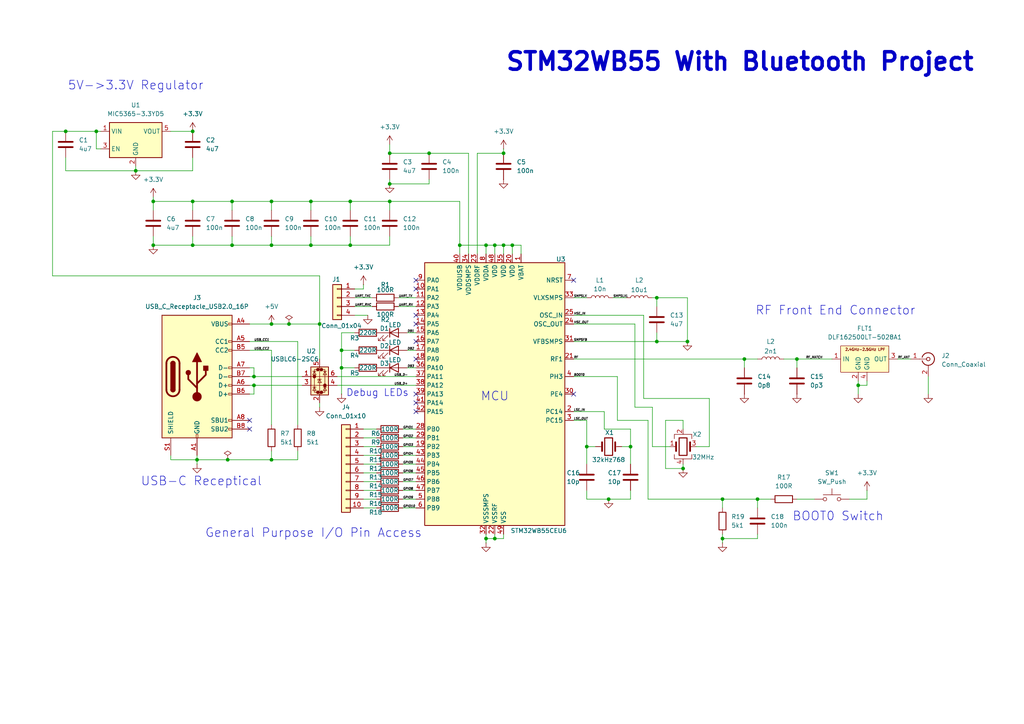
<source format=kicad_sch>
(kicad_sch (version 20250114) (generator "eeschema") (generator_version "9.0")
  (paper "A4")
  (title_block (title "STM32WB55 With Bluetooth Project") (date "2025-02-26") (rev "A") (company "Jason Bowman"))
  (lib_symbols
    (symbol "Connector:Conn_Coaxial" (pin_names (offset 1.016) (hide yes))
      (property "Reference" "J" (at 0.254 3.048 0))
      (property "Value" "Conn_Coaxial" (at 2.921 0 90))
      (symbol "Conn_Coaxial_1_1"
        (pin passive line (at -5.08 0 0) (length 2.54) (name "In") (number "1"))
        (pin passive line (at 0 -5.08 90) (length 2.54) (name "Ext") (number "2"))
      )
    )
    (symbol "Connector:USB_C_Receptacle_USB2.0_16P" (pin_names (offset 1.016))
      (property "Reference" "J" (at 0 22.225 0))
      (property "Value" "USB_C_Receptacle_USB2.0_16P" (at 0 19.685 0))
      (symbol "USB_C_Receptacle_USB2.0_16P_1_1"
        (pin passive line (at -7.62 -22.86 90) (length 5.08) (name "SHIELD") (number "S1"))
        (pin passive line (at 0 -22.86 90) (length 5.08) (name "GND") (number "A1"))
        (pin passive line (at 0 -22.86 90) (length 5.08) (hide yes) (name "GND") (number "A12"))
        (pin passive line (at 0 -22.86 90) (length 5.08) (hide yes) (name "GND") (number "B1"))
        (pin passive line (at 0 -22.86 90) (length 5.08) (hide yes) (name "GND") (number "B12"))
        (pin passive line (at 15.24 15.24 180) (length 5.08) (name "VBUS") (number "A4"))
        (pin passive line (at 15.24 15.24 180) (length 5.08) (hide yes) (name "VBUS") (number "A9"))
        (pin passive line (at 15.24 15.24 180) (length 5.08) (hide yes) (name "VBUS") (number "B4"))
        (pin passive line (at 15.24 15.24 180) (length 5.08) (hide yes) (name "VBUS") (number "B9"))
        (pin bidirectional line (at 15.24 10.16 180) (length 5.08) (name "CC1") (number "A5"))
        (pin bidirectional line (at 15.24 7.62 180) (length 5.08) (name "CC2") (number "B5"))
        (pin bidirectional line (at 15.24 2.54 180) (length 5.08) (name "D-") (number "A7"))
        (pin bidirectional line (at 15.24 0 180) (length 5.08) (name "D-") (number "B7"))
        (pin bidirectional line (at 15.24 -2.54 180) (length 5.08) (name "D+") (number "A6"))
        (pin bidirectional line (at 15.24 -5.08 180) (length 5.08) (name "D+") (number "B6"))
        (pin bidirectional line (at 15.24 -12.7 180) (length 5.08) (name "SBU1") (number "A8"))
        (pin bidirectional line (at 15.24 -15.24 180) (length 5.08) (name "SBU2") (number "B8"))
      )
    )
    (symbol "Connector_Generic:Conn_01x04" (pin_names (offset 1.016) (hide yes))
      (property "Reference" "J" (at 0 5.08 0))
      (property "Value" "Conn_01x04" (at 0 -7.62 0))
      (symbol "Conn_01x04_1_1"
        (pin passive line (at -5.08 2.54 0) (length 3.81) (name "Pin_1") (number "1"))
        (pin passive line (at -5.08 0 0) (length 3.81) (name "Pin_2") (number "2"))
        (pin passive line (at -5.08 -2.54 0) (length 3.81) (name "Pin_3") (number "3"))
        (pin passive line (at -5.08 -5.08 0) (length 3.81) (name "Pin_4") (number "4"))
      )
    )
    (symbol "Connector_Generic:Conn_01x10" (pin_names (offset 1.016) (hide yes))
      (property "Reference" "J" (at 0 12.7 0))
      (property "Value" "Conn_01x10" (at 0 -15.24 0))
      (symbol "Conn_01x10_1_1"
        (pin passive line (at -5.08 10.16 0) (length 3.81) (name "Pin_1") (number "1"))
        (pin passive line (at -5.08 7.62 0) (length 3.81) (name "Pin_2") (number "2"))
        (pin passive line (at -5.08 5.08 0) (length 3.81) (name "Pin_3") (number "3"))
        (pin passive line (at -5.08 2.54 0) (length 3.81) (name "Pin_4") (number "4"))
        (pin passive line (at -5.08 0 0) (length 3.81) (name "Pin_5") (number "5"))
        (pin passive line (at -5.08 -2.54 0) (length 3.81) (name "Pin_6") (number "6"))
        (pin passive line (at -5.08 -5.08 0) (length 3.81) (name "Pin_7") (number "7"))
        (pin passive line (at -5.08 -7.62 0) (length 3.81) (name "Pin_8") (number "8"))
        (pin passive line (at -5.08 -10.16 0) (length 3.81) (name "Pin_9") (number "9"))
        (pin passive line (at -5.08 -12.7 0) (length 3.81) (name "Pin_10") (number "10"))
      )
    )
    (symbol "Device:C" (pin_numbers (hide yes)) (pin_names (offset 0.254))
      (property "Reference" "C" (at 0.635 2.54 0))
      (property "Value" "C" (at 0.635 -2.54 0))
      (symbol "C_1_1"
        (pin passive line (at 0 3.81 270) (length 2.794) (name "~") (number "1"))
        (pin passive line (at 0 -3.81 90) (length 2.794) (name "~") (number "2"))
      )
    )
    (symbol "Device:Crystal" (pin_numbers (hide yes)) (pin_names (offset 1.016) (hide yes))
      (property "Reference" "Y" (at 0 3.81 0))
      (property "Value" "Crystal" (at 0 -3.81 0))
      (symbol "Crystal_1_1"
        (pin passive line (at -3.81 0 0) (length 1.27) (name "1") (number "1"))
        (pin passive line (at 3.81 0 180) (length 1.27) (name "2") (number "2"))
      )
    )
    (symbol "Device:Crystal_GND24" (pin_names (offset 1.016) (hide yes))
      (property "Reference" "Y" (at 3.175 5.08 0))
      (property "Value" "Crystal_GND24" (at 3.175 3.175 0))
      (symbol "Crystal_GND24_1_1"
        (pin passive line (at -3.81 0 0) (length 1.27) (name "1") (number "1"))
        (pin passive line (at 0 5.08 270) (length 1.27) (name "2") (number "2"))
        (pin passive line (at 0 -5.08 90) (length 1.27) (name "4") (number "4"))
        (pin passive line (at 3.81 0 180) (length 1.27) (name "3") (number "3"))
      )
    )
    (symbol "Device:L" (pin_numbers (hide yes)) (pin_names (offset 1.016) (hide yes))
      (property "Reference" "L" (at -1.27 0 90))
      (property "Value" "L" (at 1.905 0 90))
      (symbol "L_1_1"
        (pin passive line (at 0 3.81 270) (length 1.27) (name "1") (number "1"))
        (pin passive line (at 0 -3.81 90) (length 1.27) (name "2") (number "2"))
      )
    )
    (symbol "Device:LED" (pin_numbers (hide yes)) (pin_names (offset 1.016) (hide yes))
      (property "Reference" "D" (at 0 2.54 0))
      (property "Value" "LED" (at 0 -2.54 0))
      (symbol "LED_1_1"
        (pin passive line (at -3.81 0 0) (length 2.54) (name "K") (number "1"))
        (pin passive line (at 3.81 0 180) (length 2.54) (name "A") (number "2"))
      )
    )
    (symbol "Device:R" (pin_numbers (hide yes)) (pin_names (offset 0))
      (property "Reference" "R" (at 2.032 0 90))
      (property "Value" "R" (at 0 0 90))
      (symbol "R_1_1"
        (pin passive line (at 0 3.81 270) (length 1.27) (name "~") (number "1"))
        (pin passive line (at 0 -3.81 90) (length 1.27) (name "~") (number "2"))
      )
    )
    (symbol "MCU_ST_STM32WB:STM32WB55CEUx"
      (property "Reference" "U" (at -20.32 39.37 0))
      (property "Value" "STM32WB55CEUx" (at 12.7 39.37 0))
      (symbol "STM32WB55CEUx_1_1"
        (pin input line (at -22.86 33.02 0) (length 2.54) (name "NRST") (number "7"))
        (pin power_in line (at -22.86 27.94 0) (length 2.54) (name "VLXSMPS") (number "33"))
        (pin input line (at -22.86 22.86 0) (length 2.54) (name "OSC_IN") (number "25"))
        (pin input line (at -22.86 20.32 0) (length 2.54) (name "OSC_OUT") (number "24"))
        (pin input line (at -22.86 15.24 0) (length 2.54) (name "VFBSMPS") (number "31"))
        (pin bidirectional line (at -22.86 10.16 0) (length 2.54) (name "RF1") (number "21"))
        (pin bidirectional line (at -22.86 5.08 0) (length 2.54) (name "PH3") (number "4"))
        (pin bidirectional line (at -22.86 0 0) (length 2.54) (name "PE4") (number "30"))
        (pin bidirectional line (at -22.86 -5.08 0) (length 2.54) (name "PC14") (number "2"))
        (pin bidirectional line (at -22.86 -7.62 0) (length 2.54) (name "PC15") (number "3"))
        (pin no_connect line (at -20.32 -35.56 0) (length 2.54) (hide yes) (name "AT1") (number "27"))
        (pin no_connect line (at -20.32 -38.1 0) (length 2.54) (hide yes) (name "AT0") (number "26"))
        (pin power_in line (at -7.62 40.64 270) (length 2.54) (name "VBAT") (number "1"))
        (pin power_in line (at -5.08 40.64 270) (length 2.54) (name "VDD") (number "20"))
        (pin power_in line (at -2.54 40.64 270) (length 2.54) (name "VDD") (number "35"))
        (pin power_in line (at -2.54 -40.64 90) (length 2.54) (name "VSS") (number "49"))
        (pin power_in line (at 0 40.64 270) (length 2.54) (name "VDD") (number "48"))
        (pin power_in line (at 0 -40.64 90) (length 2.54) (name "VSSRF") (number "22"))
        (pin power_in line (at 2.54 40.64 270) (length 2.54) (name "VDDA") (number "8"))
        (pin power_in line (at 2.54 -40.64 90) (length 2.54) (name "VSSSMPS") (number "32"))
        (pin power_in line (at 5.08 40.64 270) (length 2.54) (name "VDDRF") (number "23"))
        (pin power_in line (at 7.62 40.64 270) (length 2.54) (name "VDDSMPS") (number "34"))
        (pin power_in line (at 10.16 40.64 270) (length 2.54) (name "VDDUSB") (number "40"))
        (pin bidirectional line (at 22.86 33.02 180) (length 2.54) (name "PA0") (number "9"))
        (pin bidirectional line (at 22.86 30.48 180) (length 2.54) (name "PA1") (number "10"))
        (pin bidirectional line (at 22.86 27.94 180) (length 2.54) (name "PA2") (number "11"))
        (pin bidirectional line (at 22.86 25.4 180) (length 2.54) (name "PA3") (number "12"))
        (pin bidirectional line (at 22.86 22.86 180) (length 2.54) (name "PA4") (number "13"))
        (pin bidirectional line (at 22.86 20.32 180) (length 2.54) (name "PA5") (number "14"))
        (pin bidirectional line (at 22.86 17.78 180) (length 2.54) (name "PA6") (number "15"))
        (pin bidirectional line (at 22.86 15.24 180) (length 2.54) (name "PA7") (number "16"))
        (pin bidirectional line (at 22.86 12.7 180) (length 2.54) (name "PA8") (number "17"))
        (pin bidirectional line (at 22.86 10.16 180) (length 2.54) (name "PA9") (number "18"))
        (pin bidirectional line (at 22.86 7.62 180) (length 2.54) (name "PA10") (number "36"))
        (pin bidirectional line (at 22.86 5.08 180) (length 2.54) (name "PA11") (number "37"))
        (pin bidirectional line (at 22.86 2.54 180) (length 2.54) (name "PA12") (number "38"))
        (pin bidirectional line (at 22.86 0 180) (length 2.54) (name "PA13") (number "39"))
        (pin bidirectional line (at 22.86 -2.54 180) (length 2.54) (name "PA14") (number "41"))
        (pin bidirectional line (at 22.86 -5.08 180) (length 2.54) (name "PA15") (number "42"))
        (pin bidirectional line (at 22.86 -10.16 180) (length 2.54) (name "PB0") (number "28"))
        (pin bidirectional line (at 22.86 -12.7 180) (length 2.54) (name "PB1") (number "29"))
        (pin bidirectional line (at 22.86 -15.24 180) (length 2.54) (name "PB2") (number "19"))
        (pin bidirectional line (at 22.86 -17.78 180) (length 2.54) (name "PB3") (number "43"))
        (pin bidirectional line (at 22.86 -20.32 180) (length 2.54) (name "PB4") (number "44"))
        (pin bidirectional line (at 22.86 -22.86 180) (length 2.54) (name "PB5") (number "45"))
        (pin bidirectional line (at 22.86 -25.4 180) (length 2.54) (name "PB6") (number "46"))
        (pin bidirectional line (at 22.86 -27.94 180) (length 2.54) (name "PB7") (number "47"))
        (pin bidirectional line (at 22.86 -30.48 180) (length 2.54) (name "PB8") (number "5"))
        (pin bidirectional line (at 22.86 -33.02 180) (length 2.54) (name "PB9") (number "6"))
      )
    )
    (symbol "Power_Protection:USBLC6-2SC6" (pin_names (hide yes))
      (property "Reference" "U" (at 0.635 5.715 0))
      (property "Value" "USBLC6-2SC6" (at 0.635 3.81 0))
      (symbol "USBLC6-2SC6_1_1"
        (pin passive line (at -5.08 0 0) (length 2.54) (name "I/O1") (number "1"))
        (pin passive line (at -5.08 -2.54 0) (length 2.54) (name "I/O2") (number "3"))
        (pin passive line (at 0 5.08 270) (length 2.54) (name "VBUS") (number "5"))
        (pin passive line (at 0 -7.62 90) (length 2.54) (name "GND") (number "2"))
        (pin passive line (at 5.08 0 180) (length 2.54) (name "I/O1") (number "6"))
        (pin passive line (at 5.08 -2.54 180) (length 2.54) (name "I/O2") (number "4"))
      )
    )
    (symbol "Regulator_Linear:MIC5365-3.3YD5"
      (property "Reference" "U" (at -7.62 6.35 0))
      (property "Value" "MIC5365-3.3YD5" (at 0 6.35 0))
      (symbol "MIC5365-3.3YD5_1_1"
        (pin power_in line (at -10.16 2.54 0) (length 2.54) (name "VIN") (number "1"))
        (pin input line (at -10.16 -2.54 0) (length 2.54) (name "EN") (number "3"))
        (pin power_in line (at 0 -7.62 90) (length 2.54) (name "GND") (number "2"))
        (pin no_connect line (at 7.62 -2.54 180) (length 2.54) (hide yes) (name "NC") (number "4"))
        (pin power_out line (at 10.16 2.54 180) (length 2.54) (name "VOUT") (number "5"))
      )
    )
    (symbol "STM32_withBLT_SymbolLib:DLF162500LT-5028A1"
      (property "Reference" "FLT" (at 0.254 5.08 0))
      (property "Value" "DLF162500LT-5028A1" (at 0 10.414 0))
      (symbol "DLF162500LT-5028A1_0_0"
        (pin passive line (at -8.89 0 0) (length 2.54) (name "IN") (number "1"))
        (pin passive line (at -1.27 -6.35 90) (length 2.54) (name "GND") (number "2"))
        (pin passive line (at 1.27 -6.35 90) (length 2.54) (name "GND") (number "4"))
      )
      (symbol "DLF162500LT-5028A1_1_0"
        (pin passive line (at 10.16 0 180) (length 2.54) (name "OUT") (number "3"))
      )
      (symbol "DLF162500LT-5028A1_1_1"
        (text "2.4GHz-2.5GHz LPF" (at 0.762 2.794 0) (effects (font (size 0.762 0.762))))
      )
    )
    (symbol "Switch:SW_Push" (pin_numbers (hide yes)) (pin_names (offset 1.016) (hide yes))
      (property "Reference" "SW" (at 1.27 2.54 0))
      (property "Value" "SW_Push" (at 0 -1.524 0))
      (symbol "SW_Push_0_1"
        (pin passive line (at -5.08 0 0) (length 2.54) (name "1") (number "1"))
        (pin passive line (at 5.08 0 180) (length 2.54) (name "2") (number "2"))
      )
    )
    (symbol "power:+3.3V" (power) (pin_numbers (hide yes)) (pin_names (offset 0) (hide yes))
      (property "Value" "+3.3V" (at 0 3.556 0))
      (symbol "+3.3V_1_1"
        (pin power_in line (at 0 0 90) (length 0) (name "~") (number "1"))
      )
    )
    (symbol "power:+5V" (power) (pin_numbers (hide yes)) (pin_names (offset 0) (hide yes))
      (property "Value" "+5V" (at 0 3.556 0))
      (symbol "+5V_1_1"
        (pin power_in line (at 0 0 90) (length 0) (name "~") (number "1"))
      )
    )
    (symbol "power:GND" (power) (pin_numbers (hide yes)) (pin_names (offset 0) (hide yes))
      (property "Value" "GND" (at 0 -3.81 0))
      (symbol "GND_1_1"
        (pin power_in line (at 0 0 270) (length 0) (name "~") (number "1"))
      )
    )
    (symbol "power:PWR_FLAG" (power) (pin_numbers (hide yes)) (pin_names (offset 0) (hide yes))
      (property "Value" "PWR_FLAG" (at 0 3.81 0))
      (symbol "PWR_FLAG_0_0"
        (pin power_out line (at 0 0 90) (length 0) (name "~") (number "1"))
      )
    )
  )
  (text "Debug LEDs" (at 109.474 114.046 0) (effects (font (size 2.032 2.032))))
  (text "STM32WB55 With Bluetooth Project" (at 214.63 18.034 0) (effects (font (size 5.08 5.08) (thickness 1.016) (bold yes))))
  (text "General Purpose I/O Pin Access" (at 90.932 154.686 0) (effects (font (size 2.54 2.54))))
  (text "RF Front End Connector" (at 242.316 90.17 0) (effects (font (size 2.54 2.54))))
  (text "USB-C Receptical" (at 58.42 139.7 0) (effects (font (size 2.54 2.54))))
  (text "5V->3.3V Regulator\n" (at 39.37 24.892 0) (effects (font (size 2.54 2.54))))
  (text "MCU" (at 143.51 115.062 0) (effects (font (size 2.54 2.54))))
  (text "BOOT0 Switch\n" (at 243.078 149.86 0) (effects (font (size 2.54 2.54))))
  (junction (at 67.31 71.12))
  (junction (at 44.45 58.42))
  (junction (at 67.31 58.42))
  (junction (at 113.03 44.45))
  (junction (at 99.06 101.6))
  (junction (at 176.53 144.78))
  (junction (at 248.92 111.76))
  (junction (at 27.94 38.1))
  (junction (at 39.37 49.53))
  (junction (at 143.51 156.21))
  (junction (at 99.06 106.68))
  (junction (at 143.51 71.12))
  (junction (at 101.6 58.42))
  (junction (at 190.5 86.36))
  (junction (at 78.74 133.35))
  (junction (at 182.88 129.54))
  (junction (at 78.74 58.42))
  (junction (at 66.04 133.35))
  (junction (at 78.74 71.12))
  (junction (at 55.88 58.42))
  (junction (at 146.05 71.12))
  (junction (at 146.05 44.45))
  (junction (at 78.74 93.98))
  (junction (at 133.35 71.12))
  (junction (at 148.59 71.12))
  (junction (at 199.39 99.06))
  (junction (at 113.03 58.42))
  (junction (at 231.14 104.14))
  (junction (at 198.12 135.89))
  (junction (at 190.5 99.06))
  (junction (at 55.88 38.1))
  (junction (at 57.15 133.35))
  (junction (at 140.97 71.12))
  (junction (at 215.9 104.14))
  (junction (at 44.45 71.12))
  (junction (at 83.82 93.98))
  (junction (at 219.71 144.78))
  (junction (at 73.66 109.22))
  (junction (at 101.6 71.12))
  (junction (at 92.71 93.98))
  (junction (at 170.18 129.54))
  (junction (at 90.17 71.12))
  (junction (at 19.05 38.1))
  (junction (at 124.46 44.45))
  (junction (at 73.66 111.76))
  (junction (at 209.55 156.21))
  (junction (at 113.03 53.34))
  (junction (at 140.97 156.21))
  (junction (at 55.88 71.12))
  (junction (at 90.17 58.42))
  (junction (at 209.55 144.78))
  (no_connect (at 120.65 104.14))
  (no_connect (at 120.65 119.38))
  (no_connect (at 120.65 116.84))
  (no_connect (at 166.37 114.3))
  (no_connect (at 120.65 91.44))
  (no_connect (at 166.37 81.28))
  (no_connect (at 120.65 83.82))
  (no_connect (at 72.39 124.46))
  (no_connect (at 120.65 93.98))
  (no_connect (at 120.65 114.3))
  (no_connect (at 120.65 81.28))
  (no_connect (at 72.39 121.92))
  (no_connect (at 120.65 99.06))
  (wire (pts (xy 99.06 101.6) (xy 99.06 106.68)))
  (wire (pts (xy 90.17 60.96) (xy 90.17 58.42)))
  (wire (pts (xy 78.74 93.98) (xy 83.82 93.98)))
  (wire (pts (xy 78.74 60.96) (xy 78.74 58.42)))
  (wire (pts (xy 72.39 99.06) (xy 86.36 99.06)))
  (wire (pts (xy 44.45 71.12) (xy 55.88 71.12)))
  (wire (pts (xy 44.45 68.58) (xy 44.45 71.12)))
  (wire (pts (xy 72.39 101.6) (xy 78.74 101.6)))
  (wire (pts (xy 67.31 58.42) (xy 78.74 58.42)))
  (wire (pts (xy 193.04 121.92) (xy 193.04 135.89)))
  (wire (pts (xy 190.5 96.52) (xy 190.5 99.06)))
  (wire (pts (xy 19.05 49.53) (xy 19.05 45.72)))
  (wire (pts (xy 166.37 93.98) (xy 184.15 93.98)))
  (wire (pts (xy 102.87 106.68) (xy 99.06 106.68)))
  (wire (pts (xy 99.06 96.52) (xy 99.06 101.6)))
  (wire (pts (xy 116.84 127) (xy 120.65 127)))
  (wire (pts (xy 189.23 86.36) (xy 190.5 86.36)))
  (wire (pts (xy 19.05 38.1) (xy 27.94 38.1)))
  (wire (pts (xy 148.59 71.12) (xy 146.05 71.12)))
  (wire (pts (xy 72.39 114.3) (xy 73.66 114.3)))
  (wire (pts (xy 105.41 129.54) (xy 109.22 129.54)))
  (wire (pts (xy 140.97 71.12) (xy 133.35 71.12)))
  (wire (pts (xy 260.35 104.14) (xy 264.16 104.14)))
  (wire (pts (xy 138.43 44.45) (xy 146.05 44.45)))
  (wire (pts (xy 251.46 144.78) (xy 246.38 144.78)))
  (wire (pts (xy 86.36 130.81) (xy 86.36 133.35)))
  (wire (pts (xy 49.53 133.35) (xy 57.15 133.35)))
  (wire (pts (xy 209.55 156.21) (xy 209.55 157.48)))
  (wire (pts (xy 140.97 156.21) (xy 140.97 157.48)))
  (wire (pts (xy 49.53 38.1) (xy 55.88 38.1)))
  (wire (pts (xy 166.37 91.44) (xy 186.69 91.44)))
  (wire (pts (xy 92.71 93.98) (xy 92.71 80.01)))
  (wire (pts (xy 166.37 121.92) (xy 170.18 121.92)))
  (wire (pts (xy 105.41 82.55) (xy 105.41 83.82)))
  (wire (pts (xy 55.88 58.42) (xy 67.31 58.42)))
  (wire (pts (xy 15.24 80.01) (xy 15.24 38.1)))
  (wire (pts (xy 113.03 52.07) (xy 113.03 53.34)))
  (wire (pts (xy 105.41 144.78) (xy 109.22 144.78)))
  (wire (pts (xy 44.45 57.15) (xy 44.45 58.42)))
  (wire (pts (xy 73.66 114.3) (xy 73.66 111.76)))
  (wire (pts (xy 116.84 134.62) (xy 120.65 134.62)))
  (wire (pts (xy 78.74 68.58) (xy 78.74 71.12)))
  (wire (pts (xy 182.88 124.46) (xy 182.88 129.54)))
  (wire (pts (xy 105.41 134.62) (xy 109.22 134.62)))
  (wire (pts (xy 118.11 96.52) (xy 120.65 96.52)))
  (wire (pts (xy 99.06 106.68) (xy 99.06 114.3)))
  (wire (pts (xy 73.66 111.76) (xy 87.63 111.76)))
  (wire (pts (xy 102.87 96.52) (xy 99.06 96.52)))
  (wire (pts (xy 187.96 144.78) (xy 209.55 144.78)))
  (wire (pts (xy 73.66 109.22) (xy 87.63 109.22)))
  (wire (pts (xy 78.74 71.12) (xy 67.31 71.12)))
  (wire (pts (xy 105.41 132.08) (xy 109.22 132.08)))
  (wire (pts (xy 166.37 86.36) (xy 170.18 86.36)))
  (wire (pts (xy 179.07 121.92) (xy 187.96 121.92)))
  (wire (pts (xy 138.43 73.66) (xy 138.43 44.45)))
  (wire (pts (xy 115.57 88.9) (xy 120.65 88.9)))
  (wire (pts (xy 146.05 71.12) (xy 146.05 73.66)))
  (wire (pts (xy 219.71 156.21) (xy 219.71 154.94)))
  (wire (pts (xy 78.74 58.42) (xy 90.17 58.42)))
  (wire (pts (xy 97.79 109.22) (xy 120.65 109.22)))
  (wire (pts (xy 101.6 68.58) (xy 101.6 71.12)))
  (wire (pts (xy 102.87 86.36) (xy 107.95 86.36)))
  (wire (pts (xy 116.84 139.7) (xy 120.65 139.7)))
  (wire (pts (xy 151.13 73.66) (xy 151.13 71.12)))
  (wire (pts (xy 67.31 60.96) (xy 67.31 58.42)))
  (wire (pts (xy 186.69 91.44) (xy 186.69 115.57)))
  (wire (pts (xy 115.57 86.36) (xy 120.65 86.36)))
  (wire (pts (xy 175.26 119.38) (xy 175.26 124.46)))
  (wire (pts (xy 83.82 93.98) (xy 92.71 93.98)))
  (wire (pts (xy 72.39 106.68) (xy 73.66 106.68)))
  (wire (pts (xy 186.69 115.57) (xy 205.74 115.57)))
  (wire (pts (xy 86.36 133.35) (xy 78.74 133.35)))
  (wire (pts (xy 184.15 93.98) (xy 184.15 118.11)))
  (wire (pts (xy 177.8 86.36) (xy 181.61 86.36)))
  (wire (pts (xy 179.07 109.22) (xy 179.07 121.92)))
  (wire (pts (xy 105.41 142.24) (xy 109.22 142.24)))
  (wire (pts (xy 148.59 71.12) (xy 148.59 73.66)))
  (wire (pts (xy 135.89 73.66) (xy 135.89 44.45)))
  (wire (pts (xy 106.68 91.44) (xy 102.87 91.44)))
  (wire (pts (xy 209.55 144.78) (xy 209.55 147.32)))
  (wire (pts (xy 101.6 58.42) (xy 113.03 58.42)))
  (wire (pts (xy 199.39 99.06) (xy 199.39 86.36)))
  (wire (pts (xy 78.74 101.6) (xy 78.74 123.19)))
  (wire (pts (xy 146.05 156.21) (xy 143.51 156.21)))
  (wire (pts (xy 215.9 104.14) (xy 215.9 106.68)))
  (wire (pts (xy 27.94 38.1) (xy 29.21 38.1)))
  (wire (pts (xy 140.97 154.94) (xy 140.97 156.21)))
  (wire (pts (xy 133.35 71.12) (xy 133.35 73.66)))
  (wire (pts (xy 72.39 111.76) (xy 73.66 111.76)))
  (wire (pts (xy 143.51 71.12) (xy 140.97 71.12)))
  (wire (pts (xy 189.23 129.54) (xy 194.31 129.54)))
  (wire (pts (xy 184.15 118.11) (xy 189.23 118.11)))
  (wire (pts (xy 166.37 104.14) (xy 215.9 104.14)))
  (wire (pts (xy 116.84 142.24) (xy 120.65 142.24)))
  (wire (pts (xy 251.46 142.24) (xy 251.46 144.78)))
  (wire (pts (xy 124.46 53.34) (xy 113.03 53.34)))
  (wire (pts (xy 193.04 135.89) (xy 198.12 135.89)))
  (wire (pts (xy 27.94 43.18) (xy 29.21 43.18)))
  (wire (pts (xy 66.04 133.35) (xy 57.15 133.35)))
  (wire (pts (xy 105.41 124.46) (xy 109.22 124.46)))
  (wire (pts (xy 90.17 71.12) (xy 78.74 71.12)))
  (wire (pts (xy 113.03 41.91) (xy 113.03 44.45)))
  (wire (pts (xy 101.6 71.12) (xy 90.17 71.12)))
  (wire (pts (xy 143.51 154.94) (xy 143.51 156.21)))
  (wire (pts (xy 44.45 58.42) (xy 44.45 60.96)))
  (wire (pts (xy 57.15 132.08) (xy 57.15 133.35)))
  (wire (pts (xy 187.96 121.92) (xy 187.96 144.78)))
  (wire (pts (xy 170.18 129.54) (xy 170.18 134.62)))
  (wire (pts (xy 116.84 129.54) (xy 120.65 129.54)))
  (wire (pts (xy 170.18 144.78) (xy 170.18 142.24)))
  (wire (pts (xy 209.55 156.21) (xy 219.71 156.21)))
  (wire (pts (xy 118.11 101.6) (xy 120.65 101.6)))
  (wire (pts (xy 135.89 44.45) (xy 124.46 44.45)))
  (wire (pts (xy 116.84 132.08) (xy 120.65 132.08)))
  (wire (pts (xy 116.84 144.78) (xy 120.65 144.78)))
  (wire (pts (xy 140.97 71.12) (xy 140.97 73.66)))
  (wire (pts (xy 219.71 144.78) (xy 219.71 147.32)))
  (wire (pts (xy 166.37 109.22) (xy 179.07 109.22)))
  (wire (pts (xy 182.88 142.24) (xy 182.88 144.78)))
  (wire (pts (xy 57.15 134.62) (xy 57.15 133.35)))
  (wire (pts (xy 113.03 71.12) (xy 101.6 71.12)))
  (wire (pts (xy 205.74 115.57) (xy 205.74 129.54)))
  (wire (pts (xy 86.36 99.06) (xy 86.36 123.19)))
  (wire (pts (xy 151.13 71.12) (xy 148.59 71.12)))
  (wire (pts (xy 44.45 58.42) (xy 55.88 58.42)))
  (wire (pts (xy 133.35 58.42) (xy 133.35 71.12)))
  (wire (pts (xy 219.71 144.78) (xy 223.52 144.78)))
  (wire (pts (xy 113.03 44.45) (xy 124.46 44.45)))
  (wire (pts (xy 55.88 60.96) (xy 55.88 58.42)))
  (wire (pts (xy 215.9 104.14) (xy 219.71 104.14)))
  (wire (pts (xy 231.14 144.78) (xy 236.22 144.78)))
  (wire (pts (xy 49.53 132.08) (xy 49.53 133.35)))
  (wire (pts (xy 105.41 147.32) (xy 109.22 147.32)))
  (wire (pts (xy 78.74 133.35) (xy 66.04 133.35)))
  (wire (pts (xy 227.33 104.14) (xy 231.14 104.14)))
  (wire (pts (xy 176.53 144.78) (xy 170.18 144.78)))
  (wire (pts (xy 113.03 60.96) (xy 113.03 58.42)))
  (wire (pts (xy 105.41 127) (xy 109.22 127)))
  (wire (pts (xy 92.71 93.98) (xy 92.71 104.14)))
  (wire (pts (xy 39.37 48.26) (xy 39.37 49.53)))
  (wire (pts (xy 124.46 52.07) (xy 124.46 53.34)))
  (wire (pts (xy 143.51 156.21) (xy 140.97 156.21)))
  (wire (pts (xy 72.39 109.22) (xy 73.66 109.22)))
  (wire (pts (xy 146.05 154.94) (xy 146.05 156.21)))
  (wire (pts (xy 78.74 130.81) (xy 78.74 133.35)))
  (wire (pts (xy 231.14 104.14) (xy 231.14 106.68)))
  (wire (pts (xy 198.12 134.62) (xy 198.12 135.89)))
  (wire (pts (xy 102.87 88.9) (xy 107.95 88.9)))
  (wire (pts (xy 166.37 99.06) (xy 190.5 99.06)))
  (wire (pts (xy 55.88 68.58) (xy 55.88 71.12)))
  (wire (pts (xy 39.37 49.53) (xy 19.05 49.53)))
  (wire (pts (xy 27.94 38.1) (xy 27.94 43.18)))
  (wire (pts (xy 105.41 137.16) (xy 109.22 137.16)))
  (wire (pts (xy 251.46 111.76) (xy 248.92 111.76)))
  (wire (pts (xy 170.18 121.92) (xy 170.18 129.54)))
  (wire (pts (xy 198.12 124.46) (xy 198.12 121.92)))
  (wire (pts (xy 67.31 68.58) (xy 67.31 71.12)))
  (wire (pts (xy 146.05 43.18) (xy 146.05 44.45)))
  (wire (pts (xy 92.71 80.01) (xy 15.24 80.01)))
  (wire (pts (xy 166.37 119.38) (xy 175.26 119.38)))
  (wire (pts (xy 90.17 58.42) (xy 101.6 58.42)))
  (wire (pts (xy 269.24 109.22) (xy 269.24 114.3)))
  (wire (pts (xy 146.05 71.12) (xy 143.51 71.12)))
  (wire (pts (xy 116.84 137.16) (xy 120.65 137.16)))
  (wire (pts (xy 39.37 49.53) (xy 55.88 49.53)))
  (wire (pts (xy 105.41 139.7) (xy 109.22 139.7)))
  (wire (pts (xy 143.51 71.12) (xy 143.51 73.66)))
  (wire (pts (xy 113.03 58.42) (xy 133.35 58.42)))
  (wire (pts (xy 92.71 116.84) (xy 92.71 118.11)))
  (wire (pts (xy 170.18 129.54) (xy 172.72 129.54)))
  (wire (pts (xy 205.74 129.54) (xy 201.93 129.54)))
  (wire (pts (xy 180.34 129.54) (xy 182.88 129.54)))
  (wire (pts (xy 231.14 104.14) (xy 241.3 104.14)))
  (wire (pts (xy 101.6 60.96) (xy 101.6 58.42)))
  (wire (pts (xy 182.88 144.78) (xy 176.53 144.78)))
  (wire (pts (xy 182.88 134.62) (xy 182.88 129.54)))
  (wire (pts (xy 72.39 93.98) (xy 78.74 93.98)))
  (wire (pts (xy 97.79 111.76) (xy 120.65 111.76)))
  (wire (pts (xy 118.11 106.68) (xy 120.65 106.68)))
  (wire (pts (xy 113.03 68.58) (xy 113.03 71.12)))
  (wire (pts (xy 251.46 110.49) (xy 251.46 111.76)))
  (wire (pts (xy 67.31 71.12) (xy 55.88 71.12)))
  (wire (pts (xy 102.87 101.6) (xy 99.06 101.6)))
  (wire (pts (xy 73.66 106.68) (xy 73.66 109.22)))
  (wire (pts (xy 190.5 86.36) (xy 199.39 86.36)))
  (wire (pts (xy 190.5 99.06) (xy 199.39 99.06)))
  (wire (pts (xy 55.88 49.53) (xy 55.88 45.72)))
  (wire (pts (xy 175.26 124.46) (xy 182.88 124.46)))
  (wire (pts (xy 15.24 38.1) (xy 19.05 38.1)))
  (wire (pts (xy 209.55 154.94) (xy 209.55 156.21)))
  (wire (pts (xy 105.41 83.82) (xy 102.87 83.82)))
  (wire (pts (xy 90.17 68.58) (xy 90.17 71.12)))
  (wire (pts (xy 248.92 110.49) (xy 248.92 111.76)))
  (wire (pts (xy 198.12 121.92) (xy 193.04 121.92)))
  (wire (pts (xy 248.92 111.76) (xy 248.92 114.3)))
  (wire (pts (xy 189.23 118.11) (xy 189.23 129.54)))
  (wire (pts (xy 209.55 144.78) (xy 219.71 144.78)))
  (wire (pts (xy 116.84 147.32) (xy 120.65 147.32)))
  (wire (pts (xy 116.84 124.46) (xy 120.65 124.46)))
  (wire (pts (xy 190.5 86.36) (xy 190.5 88.9)))
  (label "RF_ANT" (at 260.35 104.14 0) (effects (font (size 0.635 0.635) (italic yes))))
  (label "DB3" (at 118.11 106.68 0) (effects (font (size 0.635 0.635) (italic yes))))
  (label "GPIO8" (at 116.84 142.24 0) (effects (font (size 0.635 0.635) (italic yes))))
  (label "GPIO4" (at 116.84 132.08 0) (effects (font (size 0.635 0.635) (italic yes))))
  (label "RF_MATCH" (at 233.68 104.14 0) (effects (font (size 0.635 0.635) (italic yes))))
  (label "GPIO3" (at 116.84 129.54 0) (effects (font (size 0.635 0.635) (italic yes))))
  (label "GPIO7" (at 116.84 139.7 0) (effects (font (size 0.635 0.635) (italic yes))))
  (label "GPIO9" (at 116.84 144.78 0) (effects (font (size 0.635 0.635) (italic yes))))
  (label "LSE_OUT" (at 166.37 121.92 0) (effects (font (size 0.635 0.635) (italic yes))))
  (label "BOOT0" (at 166.37 109.22 0) (effects (font (size 0.635 0.635) (italic yes))))
  (label "SMPSLXL" (at 177.8 86.36 0) (effects (font (size 0.635 0.635) (italic yes))))
  (label "GPIO6" (at 116.84 137.16 0) (effects (font (size 0.635 0.635) (italic yes))))
  (label "GPIO2" (at 116.84 127 0) (effects (font (size 0.635 0.635) (italic yes))))
  (label "USB_CC1" (at 73.66 99.06 0) (effects (font (size 0.635 0.635) (italic yes))))
  (label "HSE_IN" (at 166.37 91.44 0) (effects (font (size 0.635 0.635) (italic yes))))
  (label "GPIO5" (at 116.84 134.62 0) (effects (font (size 0.635 0.635) (italic yes))))
  (label "UART_TX" (at 115.57 86.36 0) (effects (font (size 0.635 0.635) (italic yes))))
  (label "LSE_IN" (at 166.37 119.38 0) (effects (font (size 0.635 0.635) (italic yes))))
  (label "UART_RX" (at 115.57 88.9 0) (effects (font (size 0.635 0.635) (italic yes))))
  (label "UART_RXC" (at 102.87 88.9 0) (effects (font (size 0.635 0.635) (italic yes))))
  (label "USB_CC2" (at 73.66 101.6 0) (effects (font (size 0.635 0.635) (italic yes))))
  (label "GPIO10" (at 116.84 147.32 0) (effects (font (size 0.635 0.635) (italic yes))))
  (label "SMPSFB" (at 166.37 99.06 0) (effects (font (size 0.635 0.635) (italic yes))))
  (label "UART_TXC" (at 102.87 86.36 0) (effects (font (size 0.635 0.635) (italic yes))))
  (label "GPIO1" (at 116.84 124.46 0) (effects (font (size 0.635 0.635) (italic yes))))
  (label "USB_D-" (at 114.3 109.22 0) (effects (font (size 0.635 0.635) (italic yes))))
  (label "RF" (at 166.37 104.14 0) (effects (font (size 0.635 0.635) (italic yes))))
  (label "DB2" (at 118.11 101.6 0) (effects (font (size 0.635 0.635) (italic yes))))
  (label "USB_D+" (at 114.3 111.76 0) (effects (font (size 0.635 0.635) (italic yes))))
  (label "HSE_OUT" (at 166.37 93.98 0) (effects (font (size 0.635 0.635) (italic yes))))
  (label "DB1" (at 118.11 96.52 0) (effects (font (size 0.635 0.635) (italic yes))))
  (label "SMPSLX" (at 166.37 86.36 0) (effects (font (size 0.635 0.635) (italic yes))))
  (symbol (lib_id "power:GND") (at 209.55 157.48 0) (unit 1)
    (property "Reference" "#PWR024" (effects (hide yes)))
    (property "Value" "GND" (effects (hide yes)))
    (property "Description" "Power symbol creates a global label with name \"GND\" , ground" (effects (hide yes)))
  )
  (symbol (lib_id "Device:R") (at 113.03 127 90) (unit 1)
    (property "Reference" "R9" (at 108.966 128.27 90))
    (property "Value" "100R" (at 113.03 127 90))
    (property "Footprint" "Capacitor_SMD:C_0402_1005Metric" (effects (hide yes)))
    (property "Description" "Resistor" (effects (hide yes)))
  )
  (symbol (lib_id "power:PWR_FLAG") (at 66.04 133.35 0) (unit 1)
    (property "Reference" "#FLG02" (effects (hide yes)))
    (property "Value" "PWR_FLAG" (effects (hide yes)))
    (property "Description" "Special symbol for telling ERC where power comes from" (effects (hide yes)))
  )
  (symbol (lib_id "Device:C") (at 124.46 48.26 0) (unit 1)
    (property "Reference" "C4" (at 128.27 46.9899 0) (effects (justify left)))
    (property "Value" "100n" (at 128.27 49.5299 0) (effects (justify left)))
    (property "Footprint" "Capacitor_SMD:C_0402_1005Metric" (effects (hide yes)))
    (property "Description" "Unpolarized capacitor" (effects (hide yes)))
  )
  (symbol (lib_id "Connector:USB_C_Receptacle_USB2.0_16P") (at 57.15 109.22 0) (unit 1)
    (property "Reference" "J3" (at 57.15 86.36 0))
    (property "Value" "USB_C_Receptacle_USB2.0_16P" (at 57.15 88.9 0))
    (property "Footprint" "Connector_USB:USB_C_Receptacle_GCT_USB4105-xx-A_16P_TopMnt_Horizontal" (effects (hide yes)))
    (property "Datasheet" "https://www.usb.org/sites/default/files/documents/usb_type-c.zip" (effects (hide yes)))
    (property "Description" "USB 2.0-only 16P Type-C Receptacle connector" (effects (hide yes)))
  )
  (symbol (lib_id "power:+3.3V") (at 44.45 57.15 0) (unit 1)
    (property "Reference" "#PWR07" (effects (hide yes)))
    (property "Value" "+3.3V" (at 44.45 52.07 0))
    (property "Description" "Power symbol creates a global label with name \"+3.3V\"" (effects (hide yes)))
  )
  (symbol (lib_id "power:GND") (at 269.24 114.3 0) (unit 1)
    (property "Reference" "#PWR017" (effects (hide yes)))
    (property "Value" "GND" (effects (hide yes)))
    (property "Description" "Power symbol creates a global label with name \"GND\" , ground" (effects (hide yes)))
  )
  (symbol (lib_id "Device:Crystal_GND24") (at 198.12 129.54 0) (unit 1)
    (property "Reference" "X2" (at 202.184 125.984 0))
    (property "Value" "32MHz" (at 203.962 132.588 0))
    (property "Footprint" "Crystal:Crystal_SMD_2016-4Pin_2.0x1.6mm" (effects (hide yes)))
    (property "Description" "Four pin crystal, GND on pins 2 and 4" (effects (hide yes)))
  )
  (symbol (lib_id "Device:R") (at 113.03 132.08 90) (unit 1)
    (property "Reference" "R11" (at 108.966 133.35 90))
    (property "Value" "100R" (at 113.03 132.08 90))
    (property "Footprint" "Capacitor_SMD:C_0402_1005Metric" (effects (hide yes)))
    (property "Description" "Resistor" (effects (hide yes)))
  )
  (symbol (lib_id "Device:R") (at 227.33 144.78 90) (unit 1)
    (property "Reference" "R17" (at 227.33 138.43 90))
    (property "Value" "100R" (at 227.33 140.97 90))
    (property "Footprint" "Capacitor_SMD:C_0402_1005Metric" (effects (hide yes)))
    (property "Description" "Resistor" (effects (hide yes)))
  )
  (symbol (lib_id "Device:R") (at 209.55 151.13 0) (unit 1)
    (property "Reference" "R19" (at 212.09 149.8599 0) (effects (justify left)))
    (property "Value" "5k1" (at 212.09 152.3999 0) (effects (justify left)))
    (property "Footprint" "Capacitor_SMD:C_0402_1005Metric" (effects (hide yes)))
    (property "Description" "Resistor" (effects (hide yes)))
  )
  (symbol (lib_id "Device:R") (at 113.03 147.32 90) (unit 1)
    (property "Reference" "R18" (at 108.966 148.59 90))
    (property "Value" "100R" (at 113.03 147.32 90))
    (property "Footprint" "Capacitor_SMD:C_0402_1005Metric" (effects (hide yes)))
    (property "Description" "Resistor" (effects (hide yes)))
  )
  (symbol (lib_id "Device:Crystal") (at 176.53 129.54 0) (unit 1)
    (property "Reference" "X1" (at 176.784 125.476 0))
    (property "Value" "32kHz768" (at 176.53 133.35 0))
    (property "Footprint" "Crystal:Crystal_SMD_2012-2Pin_2.0x1.2mm" (effects (hide yes)))
    (property "Description" "Two pin crystal" (effects (hide yes)))
  )
  (symbol (lib_id "Power_Protection:USBLC6-2SC6") (at 92.71 109.22 0) (unit 1)
    (property "Reference" "U2" (at 88.9 101.854 0) (effects (justify left)))
    (property "Value" "USBLC6-2SC6" (at 78.486 104.14 0) (effects (justify left)))
    (property "Footprint" "Package_TO_SOT_SMD:SOT-23-6" (effects (hide yes)))
    (property "Datasheet" "https://www.st.com/resource/en/datasheet/usblc6-2.pdf" (effects (hide yes)))
    (property "Description" "Very low capacitance ESD protection diode, 2 data-line, SOT-23-6" (effects (hide yes)))
  )
  (symbol (lib_id "power:GND") (at 215.9 114.3 0) (unit 1)
    (property "Reference" "#PWR014" (effects (hide yes)))
    (property "Value" "GND" (effects (hide yes)))
    (property "Description" "Power symbol creates a global label with name \"GND\" , ground" (effects (hide yes)))
  )
  (symbol (lib_id "Device:R") (at 106.68 96.52 270) (unit 1)
    (property "Reference" "R3" (at 102.87 98.044 90))
    (property "Value" "220R" (at 106.68 96.52 90))
    (property "Footprint" "Capacitor_SMD:C_0402_1005Metric" (effects (hide yes)))
    (property "Description" "Resistor" (effects (hide yes)))
  )
  (symbol (lib_id "Device:C") (at 55.88 64.77 0) (unit 1)
    (property "Reference" "C7" (at 59.69 63.4999 0) (effects (justify left)))
    (property "Value" "100n" (at 59.69 66.0399 0) (effects (justify left)))
    (property "Footprint" "Capacitor_SMD:C_0402_1005Metric" (effects (hide yes)))
    (property "Description" "Unpolarized capacitor" (effects (hide yes)))
  )
  (symbol (lib_id "Device:R") (at 106.68 106.68 270) (unit 1)
    (property "Reference" "R5" (at 102.87 108.204 90))
    (property "Value" "220R" (at 106.68 106.68 90))
    (property "Footprint" "Capacitor_SMD:C_0402_1005Metric" (effects (hide yes)))
    (property "Description" "Resistor" (effects (hide yes)))
  )
  (symbol (lib_id "Device:C") (at 113.03 64.77 0) (unit 1)
    (property "Reference" "C12" (at 116.84 63.4999 0) (effects (justify left)))
    (property "Value" "100n" (at 116.84 66.0399 0) (effects (justify left)))
    (property "Footprint" "Capacitor_SMD:C_0402_1005Metric" (effects (hide yes)))
    (property "Description" "Unpolarized capacitor" (effects (hide yes)))
  )
  (symbol (lib_id "Device:R") (at 78.74 127 0) (unit 1)
    (property "Reference" "R7" (at 81.28 125.7299 0) (effects (justify left)))
    (property "Value" "5k1" (at 81.28 128.2699 0) (effects (justify left)))
    (property "Footprint" "Capacitor_SMD:C_0402_1005Metric" (effects (hide yes)))
    (property "Description" "Resistor" (effects (hide yes)))
  )
  (symbol (lib_id "Connector:Conn_Coaxial") (at 269.24 104.14 0) (unit 1)
    (property "Reference" "J2" (at 273.05 103.1631 0) (effects (justify left)))
    (property "Value" "Conn_Coaxial" (at 273.05 105.7031 0) (effects (justify left)))
    (property "Footprint" "Connector_Coaxial:U.FL_Hirose_U.FL-R-SMT-1_Vertical" (effects (hide yes)))
    (property "Description" "coaxial connector (BNC, SMA, SMB, SMC, Cinch/RCA, LEMO, ...)" (effects (hide yes)))
  )
  (symbol (lib_id "Device:R") (at 113.03 144.78 90) (unit 1)
    (property "Reference" "R16" (at 108.966 146.05 90))
    (property "Value" "100R" (at 113.03 144.78 90))
    (property "Footprint" "Capacitor_SMD:C_0402_1005Metric" (effects (hide yes)))
    (property "Description" "Resistor" (effects (hide yes)))
  )
  (symbol (lib_id "Device:C") (at 55.88 41.91 0) (unit 1)
    (property "Reference" "C2" (at 59.69 40.6399 0) (effects (justify left)))
    (property "Value" "4u7" (at 59.69 43.1799 0) (effects (justify left)))
    (property "Footprint" "Capacitor_SMD:C_0402_1005Metric" (effects (hide yes)))
    (property "Description" "Unpolarized capacitor" (effects (hide yes)))
  )
  (symbol (lib_id "power:GND") (at 92.71 118.11 0) (unit 1)
    (property "Reference" "#PWR018" (effects (hide yes)))
    (property "Value" "GND" (effects (hide yes)))
    (property "Description" "Power symbol creates a global label with name \"GND\" , ground" (effects (hide yes)))
  )
  (symbol (lib_id "Device:C") (at 231.14 110.49 0) (unit 1)
    (property "Reference" "C15" (at 234.95 109.2199 0) (effects (justify left)))
    (property "Value" "0p3" (at 234.95 111.7599 0) (effects (justify left)))
    (property "Footprint" "Capacitor_SMD:C_0402_1005Metric" (effects (hide yes)))
    (property "Description" "Unpolarized capacitor" (effects (hide yes)))
  )
  (symbol (lib_id "power:GND") (at 176.53 144.78 0) (unit 1)
    (property "Reference" "#PWR022" (effects (hide yes)))
    (property "Value" "GND" (effects (hide yes)))
    (property "Description" "Power symbol creates a global label with name \"GND\" , ground" (effects (hide yes)))
  )
  (symbol (lib_id "power:GND") (at 198.12 135.89 0) (unit 1)
    (property "Reference" "#PWR020" (effects (hide yes)))
    (property "Value" "GND" (effects (hide yes)))
    (property "Description" "Power symbol creates a global label with name \"GND\" , ground" (effects (hide yes)))
  )
  (symbol (lib_id "power:+3.3V") (at 146.05 43.18 0) (unit 1)
    (property "Reference" "#PWR03" (effects (hide yes)))
    (property "Value" "+3.3V" (at 146.05 38.1 0))
    (property "Description" "Power symbol creates a global label with name \"+3.3V\"" (effects (hide yes)))
  )
  (symbol (lib_id "power:+3.3V") (at 113.03 41.91 0) (unit 1)
    (property "Reference" "#PWR02" (effects (hide yes)))
    (property "Value" "+3.3V" (at 113.03 36.83 0))
    (property "Description" "Power symbol creates a global label with name \"+3.3V\"" (effects (hide yes)))
  )
  (symbol (lib_id "Device:LED") (at 114.3 106.68 0) (unit 1)
    (property "Reference" "D3" (at 111.506 105.41 0))
    (property "Value" "LED" (at 114.554 104.394 0))
    (property "Footprint" "Capacitor_SMD:C_0402_1005Metric" (effects (hide yes)))
    (property "Description" "Light emitting diode" (effects (hide yes)))
    (property "Sim.Pins" "1=K 2=A" (effects (hide yes)))
  )
  (symbol (lib_id "power:+3.3V") (at 55.88 38.1 0) (unit 1)
    (property "Reference" "#PWR01" (effects (hide yes)))
    (property "Value" "+3.3V" (at 55.88 33.02 0))
    (property "Description" "Power symbol creates a global label with name \"+3.3V\"" (effects (hide yes)))
  )
  (symbol (lib_id "Regulator_Linear:MIC5365-3.3YD5") (at 39.37 40.64 0) (unit 1)
    (property "Reference" "U1" (at 39.37 30.48 0))
    (property "Value" "MIC5365-3.3YD5" (at 39.37 33.02 0))
    (property "Footprint" "Package_TO_SOT_SMD:SOT-23-5" (effects (hide yes)))
    (property "Datasheet" "http://ww1.microchip.com/downloads/en/DeviceDoc/mic5365.pdf" (effects (hide yes)))
    (property "Description" "150mA Low-dropout Voltage Regulator, Vout 3.3V, Vin up to 5.5V, SOT-23-5" (effects (hide yes)))
  )
  (symbol (lib_id "Device:R") (at 111.76 86.36 270) (unit 1)
    (property "Reference" "R1" (at 111.76 82.55 90))
    (property "Value" "100R" (at 111.76 84.074 90))
    (property "Footprint" "Capacitor_SMD:C_0402_1005Metric" (effects (hide yes)))
    (property "Description" "Resistor" (effects (hide yes)))
  )
  (symbol (lib_id "Device:R") (at 113.03 129.54 90) (unit 1)
    (property "Reference" "R10" (at 108.966 130.81 90))
    (property "Value" "100R" (at 113.03 129.54 90))
    (property "Footprint" "Capacitor_SMD:C_0402_1005Metric" (effects (hide yes)))
    (property "Description" "Resistor" (effects (hide yes)))
  )
  (symbol (lib_id "power:GND") (at 113.03 53.34 0) (unit 1)
    (property "Reference" "#PWR06" (effects (hide yes)))
    (property "Value" "GND" (effects (hide yes)))
    (property "Description" "Power symbol creates a global label with name \"GND\" , ground" (effects (hide yes)))
  )
  (symbol (lib_id "power:GND") (at 140.97 157.48 0) (unit 1)
    (property "Reference" "#PWR023" (effects (hide yes)))
    (property "Value" "GND" (effects (hide yes)))
    (property "Description" "Power symbol creates a global label with name \"GND\" , ground" (effects (hide yes)))
  )
  (symbol (lib_id "Device:R") (at 113.03 134.62 90) (unit 1)
    (property "Reference" "R12" (at 108.966 135.89 90))
    (property "Value" "100R" (at 113.03 134.62 90))
    (property "Footprint" "Capacitor_SMD:C_0402_1005Metric" (effects (hide yes)))
    (property "Description" "Resistor" (effects (hide yes)))
  )
  (symbol (lib_id "Device:C") (at 67.31 64.77 0) (unit 1)
    (property "Reference" "C8" (at 71.12 63.4999 0) (effects (justify left)))
    (property "Value" "100n" (at 71.12 66.0399 0) (effects (justify left)))
    (property "Footprint" "Capacitor_SMD:C_0402_1005Metric" (effects (hide yes)))
    (property "Description" "Unpolarized capacitor" (effects (hide yes)))
  )
  (symbol (lib_id "Device:C") (at 146.05 48.26 0) (unit 1)
    (property "Reference" "C5" (at 149.86 46.9899 0) (effects (justify left)))
    (property "Value" "100n" (at 149.86 49.5299 0) (effects (justify left)))
    (property "Footprint" "Capacitor_SMD:C_0402_1005Metric" (effects (hide yes)))
    (property "Description" "Unpolarized capacitor" (effects (hide yes)))
  )
  (symbol (lib_id "Device:C") (at 44.45 64.77 0) (unit 1)
    (property "Reference" "C6" (at 48.26 63.4999 0) (effects (justify left)))
    (property "Value" "4u7" (at 48.26 66.0399 0) (effects (justify left)))
    (property "Footprint" "Capacitor_SMD:C_0201_0603Metric" (effects (hide yes)))
    (property "Description" "Unpolarized capacitor" (effects (hide yes)))
  )
  (symbol (lib_id "power:+3.3V") (at 251.46 142.24 0) (unit 1)
    (property "Reference" "#PWR021" (effects (hide yes)))
    (property "Value" "+3.3V" (at 251.46 137.16 0))
    (property "Description" "Power symbol creates a global label with name \"+3.3V\"" (effects (hide yes)))
  )
  (symbol (lib_id "Device:L") (at 223.52 104.14 90) (unit 1)
    (property "Reference" "2n1" (at 223.52 101.854 90))
    (property "Value" "L2" (at 223.52 99.06 90))
    (property "Footprint" "Capacitor_SMD:C_0402_1005Metric" (effects (hide yes)))
    (property "Description" "Inductor" (effects (hide yes)))
  )
  (symbol (lib_id "Device:C") (at 90.17 64.77 0) (unit 1)
    (property "Reference" "C10" (at 93.98 63.4999 0) (effects (justify left)))
    (property "Value" "100n" (at 93.98 66.0399 0) (effects (justify left)))
    (property "Footprint" "Capacitor_SMD:C_0402_1005Metric" (effects (hide yes)))
    (property "Description" "Unpolarized capacitor" (effects (hide yes)))
  )
  (symbol (lib_id "Device:R") (at 86.36 127 0) (unit 1)
    (property "Reference" "R8" (at 88.9 125.7299 0) (effects (justify left)))
    (property "Value" "5k1" (at 88.9 128.2699 0) (effects (justify left)))
    (property "Footprint" "Capacitor_SMD:C_0402_1005Metric" (effects (hide yes)))
    (property "Description" "Resistor" (effects (hide yes)))
  )
  (symbol (lib_id "Connector_Generic:Conn_01x10") (at 100.33 134.62 0) (mirror y) (unit 1)
    (property "Reference" "J4" (at 100.33 118.11 0))
    (property "Value" "Conn_01x10" (at 100.33 120.65 0))
    (property "Footprint" "Connector_PinHeader_2.54mm:PinHeader_1x10_P2.54mm_Horizontal" (effects (hide yes)))
    (property "Description" "Generic connector, single row, 01x10, script generated (kicad-library-utils/schlib/autogen/connector/)" (effects (hide yes)))
  )
  (symbol (lib_id "power:GND") (at 106.68 91.44 0) (unit 1)
    (property "Reference" "#PWR010" (effects (hide yes)))
    (property "Value" "GND" (effects (hide yes)))
    (property "Description" "Power symbol creates a global label with name \"GND\" , ground" (effects (hide yes)))
  )
  (symbol (lib_id "Device:R") (at 113.03 124.46 90) (unit 1)
    (property "Reference" "R6" (at 108.966 125.73 90))
    (property "Value" "100R" (at 113.03 124.46 90))
    (property "Footprint" "Capacitor_SMD:C_0402_1005Metric" (effects (hide yes)))
    (property "Description" "Resistor" (effects (hide yes)))
  )
  (symbol (lib_id "Device:L") (at 185.42 86.36 90) (unit 1)
    (property "Reference" "10u1" (at 185.42 84.074 90))
    (property "Value" "L2" (at 185.42 81.28 90))
    (property "Footprint" "Capacitor_SMD:C_0805_2012Metric" (effects (hide yes)))
    (property "Description" "Inductor" (effects (hide yes)))
  )
  (symbol (lib_id "Device:C") (at 170.18 138.43 0) (unit 1)
    (property "Reference" "C16" (at 164.338 137.16 0) (effects (justify left)))
    (property "Value" "10p" (at 164.338 139.7 0) (effects (justify left)))
    (property "Footprint" "Capacitor_SMD:C_0402_1005Metric" (effects (hide yes)))
    (property "Description" "Unpolarized capacitor" (effects (hide yes)))
  )
  (symbol (lib_id "Connector_Generic:Conn_01x04") (at 97.79 86.36 0) (mirror y) (unit 1)
    (property "Reference" "J1" (at 97.536 81.026 0))
    (property "Value" "Conn_01x04" (at 99.06 94.488 0))
    (property "Footprint" "Connector_PinHeader_2.54mm:PinHeader_1x04_P2.54mm_Horizontal" (effects (hide yes)))
    (property "Description" "Generic connector, single row, 01x04, script generated (kicad-library-utils/schlib/autogen/connector/)" (effects (hide yes)))
  )
  (symbol (lib_id "power:GND") (at 146.05 52.07 0) (unit 1)
    (property "Reference" "#PWR05" (effects (hide yes)))
    (property "Value" "GND" (effects (hide yes)))
    (property "Description" "Power symbol creates a global label with name \"GND\" , ground" (effects (hide yes)))
  )
  (symbol (lib_id "power:GND") (at 248.92 114.3 0) (unit 1)
    (property "Reference" "#PWR016" (effects (hide yes)))
    (property "Value" "GND" (effects (hide yes)))
    (property "Description" "Power symbol creates a global label with name \"GND\" , ground" (effects (hide yes)))
  )
  (symbol (lib_id "Device:C") (at 219.71 151.13 0) (unit 1)
    (property "Reference" "C18" (at 223.52 149.8599 0) (effects (justify left)))
    (property "Value" "100n" (at 223.52 152.3999 0) (effects (justify left)))
    (property "Footprint" "Capacitor_SMD:C_0402_1005Metric" (effects (hide yes)))
    (property "Description" "Unpolarized capacitor" (effects (hide yes)))
  )
  (symbol (lib_id "Device:R") (at 113.03 142.24 90) (unit 1)
    (property "Reference" "R15" (at 108.966 143.51 90))
    (property "Value" "100R" (at 113.03 142.24 90))
    (property "Footprint" "Capacitor_SMD:C_0402_1005Metric" (effects (hide yes)))
    (property "Description" "Resistor" (effects (hide yes)))
  )
  (symbol (lib_id "Device:L") (at 173.99 86.36 90) (unit 1)
    (property "Reference" "L1" (at 173.99 81.28 90))
    (property "Value" "10n" (at 173.99 83.82 90))
    (property "Footprint" "Capacitor_SMD:C_0402_1005Metric" (effects (hide yes)))
    (property "Description" "Inductor" (effects (hide yes)))
  )
  (symbol (lib_id "Device:C") (at 101.6 64.77 0) (unit 1)
    (property "Reference" "C11" (at 105.41 63.4999 0) (effects (justify left)))
    (property "Value" "100n" (at 105.41 66.0399 0) (effects (justify left)))
    (property "Footprint" "Capacitor_SMD:C_0201_0603Metric" (effects (hide yes)))
    (property "Description" "Unpolarized capacitor" (effects (hide yes)))
  )
  (symbol (lib_id "Device:R") (at 113.03 137.16 90) (unit 1)
    (property "Reference" "R13" (at 108.966 138.43 90))
    (property "Value" "100R" (at 113.03 137.16 90))
    (property "Footprint" "Capacitor_SMD:C_0402_1005Metric" (effects (hide yes)))
    (property "Description" "Resistor" (effects (hide yes)))
  )
  (symbol (lib_id "power:+5V") (at 78.74 93.98 0) (unit 1)
    (property "Reference" "#PWR011" (effects (hide yes)))
    (property "Value" "+5V" (at 78.74 88.9 0))
    (property "Description" "Power symbol creates a global label with name \"+5V\"" (effects (hide yes)))
  )
  (symbol (lib_id "Device:R") (at 113.03 139.7 90) (unit 1)
    (property "Reference" "R14" (at 108.966 140.97 90))
    (property "Value" "100R" (at 113.03 139.7 90))
    (property "Footprint" "Capacitor_SMD:C_0402_1005Metric" (effects (hide yes)))
    (property "Description" "Resistor" (effects (hide yes)))
  )
  (symbol (lib_id "power:GND") (at 44.45 71.12 0) (unit 1)
    (property "Reference" "#PWR08" (effects (hide yes)))
    (property "Value" "GND" (effects (hide yes)))
    (property "Description" "Power symbol creates a global label with name \"GND\" , ground" (effects (hide yes)))
  )
  (symbol (lib_id "power:GND") (at 99.06 114.3 0) (unit 1)
    (property "Reference" "#PWR013" (effects (hide yes)))
    (property "Value" "GND" (effects (hide yes)))
    (property "Description" "Power symbol creates a global label with name \"GND\" , ground" (effects (hide yes)))
  )
  (symbol (lib_id "Device:C") (at 182.88 138.43 0) (unit 1)
    (property "Reference" "C17" (at 176.276 137.16 0) (effects (justify left)))
    (property "Value" "10p" (at 176.276 139.7 0) (effects (justify left)))
    (property "Footprint" "Capacitor_SMD:C_0402_1005Metric" (effects (hide yes)))
    (property "Description" "Unpolarized capacitor" (effects (hide yes)))
  )
  (symbol (lib_id "Device:LED") (at 114.3 101.6 0) (unit 1)
    (property "Reference" "D2" (at 111.506 100.33 0))
    (property "Value" "LED" (at 114.554 99.314 0))
    (property "Footprint" "Capacitor_SMD:C_0402_1005Metric" (effects (hide yes)))
    (property "Description" "Light emitting diode" (effects (hide yes)))
    (property "Sim.Pins" "1=K 2=A" (effects (hide yes)))
  )
  (symbol (lib_id "power:+3.3V") (at 105.41 82.55 0) (unit 1)
    (property "Reference" "#PWR09" (effects (hide yes)))
    (property "Value" "+3.3V" (at 105.41 77.47 0))
    (property "Description" "Power symbol creates a global label with name \"+3.3V\"" (effects (hide yes)))
  )
  (symbol (lib_id "Switch:SW_Push") (at 241.3 144.78 0) (unit 1)
    (property "Reference" "SW1" (at 241.3 137.16 0))
    (property "Value" "SW_Push" (at 241.3 139.7 0))
    (property "Footprint" "Button_Switch_SMD:SW_SPST_Omron_B3FS-101xP" (effects (hide yes)))
    (property "Description" "Push button switch, generic, two pins" (effects (hide yes)))
  )
  (symbol (lib_id "power:GND") (at 231.14 114.3 0) (unit 1)
    (property "Reference" "#PWR015" (effects (hide yes)))
    (property "Value" "GND" (effects (hide yes)))
    (property "Description" "Power symbol creates a global label with name \"GND\" , ground" (effects (hide yes)))
  )
  (symbol (lib_id "Device:C") (at 113.03 48.26 0) (unit 1)
    (property "Reference" "C3" (at 116.84 46.9899 0) (effects (justify left)))
    (property "Value" "4u7" (at 116.84 49.5299 0) (effects (justify left)))
    (property "Footprint" "Capacitor_SMD:C_0402_1005Metric" (effects (hide yes)))
    (property "Description" "Unpolarized capacitor" (effects (hide yes)))
  )
  (symbol (lib_id "Device:C") (at 215.9 110.49 0) (unit 1)
    (property "Reference" "C14" (at 219.71 109.2199 0) (effects (justify left)))
    (property "Value" "0p8" (at 219.71 111.7599 0) (effects (justify left)))
    (property "Footprint" "Capacitor_SMD:C_0402_1005Metric" (effects (hide yes)))
    (property "Description" "Unpolarized capacitor" (effects (hide yes)))
  )
  (symbol (lib_id "Device:C") (at 190.5 92.71 0) (unit 1)
    (property "Reference" "C13" (at 194.31 91.4399 0) (effects (justify left)))
    (property "Value" "4u7" (at 194.31 93.9799 0) (effects (justify left)))
    (property "Footprint" "Capacitor_SMD:C_0402_1005Metric" (effects (hide yes)))
    (property "Description" "Unpolarized capacitor" (effects (hide yes)))
  )
  (symbol (lib_id "Device:R") (at 106.68 101.6 270) (unit 1)
    (property "Reference" "R4" (at 102.87 103.124 90))
    (property "Value" "220R" (at 106.68 101.6 90))
    (property "Footprint" "Capacitor_SMD:C_0402_1005Metric" (effects (hide yes)))
    (property "Description" "Resistor" (effects (hide yes)))
  )
  (symbol (lib_id "MCU_ST_STM32WB:STM32WB55CEUx") (at 143.51 114.3 0) (mirror y) (unit 1)
    (property "Reference" "U3" (at 161.29 75.184 0) (effects (justify right)))
    (property "Value" "STM32WB55CEU6" (at 148.082 153.924 0) (effects (justify right)))
    (property "Footprint" "Package_DFN_QFN:QFN-48-1EP_7x7mm_P0.5mm_EP5.6x5.6mm" (effects (hide yes)))
    (property "Datasheet" "https://www.st.com/resource/en/datasheet/stm32wb55ce.pdf" (effects (hide yes)))
    (property "Description" "STMicroelectronics Arm Cortex-M4 MCU, 512KB flash, 256KB RAM, 64 MHz, 1.71-3.6V, 30 GPIO, UFQFPN48" (effects (hide yes)))
  )
  (symbol (lib_id "STM32_withBLT_SymbolLib:DLF162500LT-5028A1") (at 250.19 104.14 0) (unit 1)
    (property "Reference" "FLT1" (at 250.825 95.25 0))
    (property "Value" "DLF162500LT-5028A1" (at 250.825 97.79 0))
    (property "Footprint" "STM32_withBLT:DLF162500LT-5028A1" (effects (hide yes)))
    (property "Datasheet" "https://www.mouser.com/ProductDetail/TDK/DLF162500LT-5028A1?qs=U%2FZX79kHR%2FlwIbAISCs3qA%3D%3D" (effects (hide yes)))
  )
  (symbol (lib_id "power:GND") (at 199.39 99.06 0) (unit 1)
    (property "Reference" "#PWR012" (effects (hide yes)))
    (property "Value" "GND" (effects (hide yes)))
    (property "Description" "Power symbol creates a global label with name \"GND\" , ground" (effects (hide yes)))
  )
  (symbol (lib_id "Device:LED") (at 114.3 96.52 0) (unit 1)
    (property "Reference" "D1" (at 111.506 95.25 0))
    (property "Value" "LED" (at 114.554 94.234 0))
    (property "Footprint" "Capacitor_SMD:C_0402_1005Metric" (effects (hide yes)))
    (property "Description" "Light emitting diode" (effects (hide yes)))
    (property "Sim.Pins" "1=K 2=A" (effects (hide yes)))
  )
  (symbol (lib_id "Device:C") (at 78.74 64.77 0) (unit 1)
    (property "Reference" "C9" (at 82.55 63.4999 0) (effects (justify left)))
    (property "Value" "100n" (at 82.55 66.0399 0) (effects (justify left)))
    (property "Footprint" "Capacitor_SMD:C_0402_1005Metric" (effects (hide yes)))
    (property "Description" "Unpolarized capacitor" (effects (hide yes)))
  )
  (symbol (lib_id "power:GND") (at 57.15 134.62 0) (unit 1)
    (property "Reference" "#PWR019" (effects (hide yes)))
    (property "Value" "GND" (effects (hide yes)))
    (property "Description" "Power symbol creates a global label with name \"GND\" , ground" (effects (hide yes)))
  )
  (symbol (lib_id "power:GND") (at 39.37 49.53 0) (unit 1)
    (property "Reference" "#PWR04" (effects (hide yes)))
    (property "Value" "GND" (effects (hide yes)))
    (property "Description" "Power symbol creates a global label with name \"GND\" , ground" (effects (hide yes)))
  )
  (symbol (lib_id "Device:R") (at 111.76 88.9 90) (unit 1)
    (property "Reference" "R2" (at 111.76 92.71 90))
    (property "Value" "100R" (at 111.76 91.186 90))
    (property "Footprint" "Capacitor_SMD:C_0402_1005Metric" (effects (hide yes)))
    (property "Description" "Resistor" (effects (hide yes)))
  )
  (symbol (lib_id "power:PWR_FLAG") (at 83.82 93.98 0) (unit 1)
    (property "Reference" "#FLG01" (effects (hide yes)))
    (property "Value" "PWR_FLAG" (effects (hide yes)))
    (property "Description" "Special symbol for telling ERC where power comes from" (effects (hide yes)))
  )
  (symbol (lib_id "Device:C") (at 19.05 41.91 0) (unit 1)
    (property "Reference" "C1" (at 22.86 40.6399 0) (effects (justify left)))
    (property "Value" "4u7" (at 22.86 43.1799 0) (effects (justify left)))
    (property "Footprint" "Capacitor_SMD:C_0201_0603Metric" (effects (hide yes)))
    (property "Description" "Unpolarized capacitor" (effects (hide yes)))
  )
)
</source>
